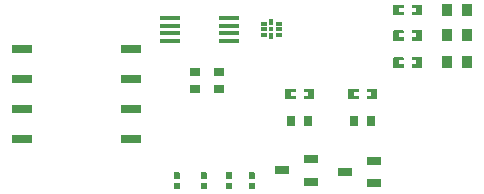
<source format=gtp>
G04 Layer: TopPasteMaskLayer*
G04 EasyEDA v6.5.22, 2023-01-13 20:03:49*
G04 4af29382efde4495a0526e0f4e779ae0,8b4b4f1b4b1740689f263a8d45eed83e,10*
G04 Gerber Generator version 0.2*
G04 Scale: 100 percent, Rotated: No, Reflected: No *
G04 Dimensions in millimeters *
G04 leading zeros omitted , absolute positions ,4 integer and 5 decimal *
%FSLAX45Y45*%
%MOMM*%

%ADD10R,0.8000X0.9000*%
%ADD11R,0.9000X0.8000*%
%ADD12R,1.7501X0.8001*%
%ADD13R,0.8999X1.0000*%
%ADD14R,1.2500X0.7000*%
%ADD15R,1.8030X0.4064*%
%ADD16R,1.8034X0.4064*%
%ADD17R,0.3000X0.3000*%
%ADD18R,0.3000X0.5000*%
%ADD19R,0.5000X0.3000*%

%LPD*%
G36*
X5602122Y10103408D02*
G01*
X5597093Y10098379D01*
X5597093Y10075621D01*
X5634075Y10075621D01*
X5634075Y10042601D01*
X5597093Y10042601D01*
X5597093Y10018420D01*
X5602122Y10013391D01*
X5682081Y10013391D01*
X5687110Y10018420D01*
X5687110Y10098379D01*
X5682081Y10103408D01*
G37*
G36*
X5443118Y10103408D02*
G01*
X5438089Y10098379D01*
X5438089Y10018420D01*
X5443118Y10013391D01*
X5522112Y10013391D01*
X5527090Y10018420D01*
X5527090Y10042601D01*
X5489092Y10042601D01*
X5489092Y10075621D01*
X5527090Y10075621D01*
X5527090Y10098379D01*
X5522112Y10103408D01*
G37*
G36*
X6135522Y10103408D02*
G01*
X6130493Y10098379D01*
X6130493Y10075621D01*
X6167475Y10075621D01*
X6167475Y10042601D01*
X6130493Y10042601D01*
X6130493Y10018420D01*
X6135522Y10013391D01*
X6215481Y10013391D01*
X6220510Y10018420D01*
X6220510Y10098379D01*
X6215481Y10103408D01*
G37*
G36*
X5976518Y10103408D02*
G01*
X5971489Y10098379D01*
X5971489Y10018420D01*
X5976518Y10013391D01*
X6055512Y10013391D01*
X6060490Y10018420D01*
X6060490Y10042601D01*
X6022492Y10042601D01*
X6022492Y10075621D01*
X6060490Y10075621D01*
X6060490Y10098379D01*
X6055512Y10103408D01*
G37*
G36*
X6516522Y10598708D02*
G01*
X6511493Y10593679D01*
X6511493Y10570921D01*
X6548475Y10570921D01*
X6548475Y10537901D01*
X6511493Y10537901D01*
X6511493Y10513720D01*
X6516522Y10508691D01*
X6596481Y10508691D01*
X6601510Y10513720D01*
X6601510Y10593679D01*
X6596481Y10598708D01*
G37*
G36*
X6357518Y10598708D02*
G01*
X6352489Y10593679D01*
X6352489Y10513720D01*
X6357518Y10508691D01*
X6436512Y10508691D01*
X6441490Y10513720D01*
X6441490Y10537901D01*
X6403492Y10537901D01*
X6403492Y10570921D01*
X6441490Y10570921D01*
X6441490Y10593679D01*
X6436512Y10598708D01*
G37*
G36*
X6516522Y10814608D02*
G01*
X6511493Y10809579D01*
X6511493Y10786821D01*
X6548475Y10786821D01*
X6548475Y10753801D01*
X6511493Y10753801D01*
X6511493Y10729620D01*
X6516522Y10724591D01*
X6596481Y10724591D01*
X6601510Y10729620D01*
X6601510Y10809579D01*
X6596481Y10814608D01*
G37*
G36*
X6357518Y10814608D02*
G01*
X6352489Y10809579D01*
X6352489Y10729620D01*
X6357518Y10724591D01*
X6436512Y10724591D01*
X6441490Y10729620D01*
X6441490Y10753801D01*
X6403492Y10753801D01*
X6403492Y10786821D01*
X6441490Y10786821D01*
X6441490Y10809579D01*
X6436512Y10814608D01*
G37*
G36*
X6516522Y10370108D02*
G01*
X6511493Y10365079D01*
X6511493Y10342321D01*
X6548475Y10342321D01*
X6548475Y10309301D01*
X6511493Y10309301D01*
X6511493Y10285120D01*
X6516522Y10280091D01*
X6596481Y10280091D01*
X6601510Y10285120D01*
X6601510Y10365079D01*
X6596481Y10370108D01*
G37*
G36*
X6357518Y10370108D02*
G01*
X6352489Y10365079D01*
X6352489Y10285120D01*
X6357518Y10280091D01*
X6436512Y10280091D01*
X6441490Y10285120D01*
X6441490Y10309301D01*
X6403492Y10309301D01*
X6403492Y10342321D01*
X6441490Y10342321D01*
X6441490Y10365079D01*
X6436512Y10370108D01*
G37*
G36*
X4498187Y9393377D02*
G01*
X4494174Y9389364D01*
X4494174Y9339275D01*
X4498187Y9335312D01*
X4544212Y9335312D01*
X4548225Y9339275D01*
X4548225Y9389364D01*
X4544212Y9393377D01*
G37*
G36*
X4498187Y9308287D02*
G01*
X4494174Y9304324D01*
X4494174Y9254236D01*
X4498187Y9250222D01*
X4544212Y9250222D01*
X4548225Y9254236D01*
X4548225Y9304324D01*
X4544212Y9308287D01*
G37*
G36*
X4726787Y9393377D02*
G01*
X4722774Y9389364D01*
X4722774Y9339275D01*
X4726787Y9335312D01*
X4772812Y9335312D01*
X4776825Y9339275D01*
X4776825Y9389364D01*
X4772812Y9393377D01*
G37*
G36*
X4726787Y9308287D02*
G01*
X4722774Y9304324D01*
X4722774Y9254236D01*
X4726787Y9250222D01*
X4772812Y9250222D01*
X4776825Y9254236D01*
X4776825Y9304324D01*
X4772812Y9308287D01*
G37*
G36*
X5133187Y9393377D02*
G01*
X5129174Y9389364D01*
X5129174Y9339275D01*
X5133187Y9335312D01*
X5179212Y9335312D01*
X5183225Y9339275D01*
X5183225Y9389364D01*
X5179212Y9393377D01*
G37*
G36*
X5133187Y9308287D02*
G01*
X5129174Y9304324D01*
X5129174Y9254236D01*
X5133187Y9250222D01*
X5179212Y9250222D01*
X5183225Y9254236D01*
X5183225Y9304324D01*
X5179212Y9308287D01*
G37*
G36*
X4942687Y9308287D02*
G01*
X4938674Y9304324D01*
X4938674Y9254236D01*
X4942687Y9250222D01*
X4988712Y9250222D01*
X4992725Y9254236D01*
X4992725Y9304324D01*
X4988712Y9308287D01*
G37*
G36*
X4942687Y9393377D02*
G01*
X4938674Y9389364D01*
X4938674Y9339275D01*
X4942687Y9335312D01*
X4988712Y9335312D01*
X4992725Y9339275D01*
X4992725Y9389364D01*
X4988712Y9393377D01*
G37*
D10*
G01*
X5632602Y9829800D03*
G01*
X5492597Y9829800D03*
D11*
G01*
X4673600Y10242702D03*
G01*
X4673600Y10102697D03*
D10*
G01*
X6166002Y9829800D03*
G01*
X6025997Y9829800D03*
D11*
G01*
X4876800Y10242702D03*
G01*
X4876800Y10102697D03*
D12*
G01*
X3210306Y10439400D03*
G01*
X3210306Y10185400D03*
G01*
X3210306Y9931400D03*
G01*
X3210306Y9677400D03*
G01*
X4130293Y9677400D03*
G01*
X4130293Y9931400D03*
G01*
X4130293Y10185400D03*
G01*
X4130293Y10439400D03*
D13*
G01*
X6981088Y10769600D03*
G01*
X6811086Y10769600D03*
G01*
X6981088Y10553700D03*
G01*
X6811086Y10553700D03*
G01*
X6981088Y10325100D03*
G01*
X6811086Y10325100D03*
D14*
G01*
X5412231Y9410700D03*
G01*
X5662168Y9505695D03*
G01*
X5662168Y9315704D03*
G01*
X5945631Y9398000D03*
G01*
X6195568Y9492995D03*
G01*
X6195568Y9303004D03*
D15*
G01*
X4461687Y10702289D03*
D16*
G01*
X4461713Y10636250D03*
G01*
X4461713Y10572750D03*
G01*
X4461713Y10506710D03*
G01*
X4961712Y10506710D03*
G01*
X4961712Y10572750D03*
G01*
X4961712Y10636250D03*
G01*
X4961712Y10702289D03*
D17*
G01*
X5321300Y10604500D03*
D18*
G01*
X5321300Y10664494D03*
D19*
G01*
X5386298Y10654487D03*
G01*
X5386298Y10604500D03*
G01*
X5386298Y10554487D03*
D18*
G01*
X5321300Y10544505D03*
D19*
G01*
X5256301Y10554512D03*
G01*
X5256301Y10604500D03*
G01*
X5256301Y10654487D03*
M02*

</source>
